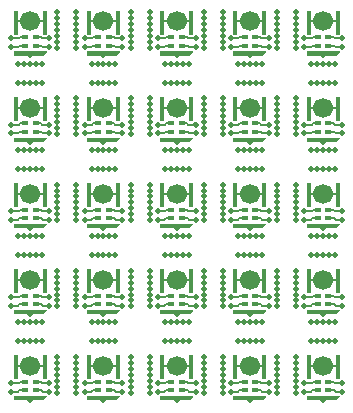
<source format=gbl>
G04 #@! TF.GenerationSoftware,KiCad,Pcbnew,5.0.2-bee76a0~70~ubuntu18.04.1*
G04 #@! TF.CreationDate,2018-12-05T20:22:07+01:00*
G04 #@! TF.ProjectId,noname,6e6f6e61-6d65-42e6-9b69-6361645f7063,rev?*
G04 #@! TF.SameCoordinates,Original*
G04 #@! TF.FileFunction,Copper,L2,Bot*
G04 #@! TF.FilePolarity,Positive*
%FSLAX46Y46*%
G04 Gerber Fmt 4.6, Leading zero omitted, Abs format (unit mm)*
G04 Created by KiCad (PCBNEW 5.0.2-bee76a0~70~ubuntu18.04.1) date Wed 05 Dec 2018 20:22:07 CET*
%MOMM*%
%LPD*%
G01*
G04 APERTURE LIST*
G04 #@! TA.AperFunction,SMDPad,CuDef*
%ADD10R,0.600000X0.400000*%
G04 #@! TD*
G04 #@! TA.AperFunction,ViaPad*
%ADD11C,1.700000*%
G04 #@! TD*
G04 #@! TA.AperFunction,SMDPad,CuDef*
%ADD12C,0.350000*%
G04 #@! TD*
G04 #@! TA.AperFunction,Conductor*
%ADD13C,0.100000*%
G04 #@! TD*
G04 #@! TA.AperFunction,SMDPad,CuDef*
%ADD14R,0.350000X2.000000*%
G04 #@! TD*
G04 #@! TA.AperFunction,ViaPad*
%ADD15C,0.500000*%
G04 #@! TD*
G04 #@! TA.AperFunction,Conductor*
%ADD16C,0.152400*%
G04 #@! TD*
G04 APERTURE END LIST*
D10*
G04 #@! TO.P,U1,1*
G04 #@! TO.N,Net-(U1-Pad1)*
X137350000Y-123870000D03*
G04 #@! TO.P,U1,4*
G04 #@! TO.N,Net-(U1-Pad4)*
X136450000Y-123870000D03*
G04 #@! TO.P,U1,2*
G04 #@! TO.N,Net-(U1-Pad2)*
X137350000Y-123170000D03*
G04 #@! TO.P,U1,3*
G04 #@! TO.N,Net-(U1-Pad3)*
X136450000Y-123170000D03*
D11*
G04 #@! TD*
G04 #@! TO.N,GND*
G04 #@! TO.C,U1*
X136900000Y-121820000D03*
D12*
G04 #@! TO.P,U1,5*
G04 #@! TO.N,GND*
X136725000Y-124545000D03*
D13*
G04 #@! TD*
G04 #@! TO.N,GND*
G04 #@! TO.C,U1*
G36*
X138300000Y-124370000D02*
X138300000Y-124420000D01*
X138000000Y-124720000D01*
X135500000Y-124720000D01*
X135500000Y-124370000D01*
X138300000Y-124370000D01*
X138300000Y-124370000D01*
G37*
D14*
G04 #@! TO.P,U1,5*
G04 #@! TO.N,GND*
X138125000Y-121920000D03*
X135675000Y-121920000D03*
G04 #@! TD*
D10*
G04 #@! TO.P,U1,1*
G04 #@! TO.N,Net-(U1-Pad1)*
X131150000Y-123870000D03*
G04 #@! TO.P,U1,4*
G04 #@! TO.N,Net-(U1-Pad4)*
X130250000Y-123870000D03*
G04 #@! TO.P,U1,2*
G04 #@! TO.N,Net-(U1-Pad2)*
X131150000Y-123170000D03*
G04 #@! TO.P,U1,3*
G04 #@! TO.N,Net-(U1-Pad3)*
X130250000Y-123170000D03*
D11*
G04 #@! TD*
G04 #@! TO.N,GND*
G04 #@! TO.C,U1*
X130700000Y-121820000D03*
D12*
G04 #@! TO.P,U1,5*
G04 #@! TO.N,GND*
X130525000Y-124545000D03*
D13*
G04 #@! TD*
G04 #@! TO.N,GND*
G04 #@! TO.C,U1*
G36*
X132100000Y-124370000D02*
X132100000Y-124420000D01*
X131800000Y-124720000D01*
X129300000Y-124720000D01*
X129300000Y-124370000D01*
X132100000Y-124370000D01*
X132100000Y-124370000D01*
G37*
D14*
G04 #@! TO.P,U1,5*
G04 #@! TO.N,GND*
X131925000Y-121920000D03*
X129475000Y-121920000D03*
G04 #@! TD*
D10*
G04 #@! TO.P,U1,1*
G04 #@! TO.N,Net-(U1-Pad1)*
X124950000Y-123870000D03*
G04 #@! TO.P,U1,4*
G04 #@! TO.N,Net-(U1-Pad4)*
X124050000Y-123870000D03*
G04 #@! TO.P,U1,2*
G04 #@! TO.N,Net-(U1-Pad2)*
X124950000Y-123170000D03*
G04 #@! TO.P,U1,3*
G04 #@! TO.N,Net-(U1-Pad3)*
X124050000Y-123170000D03*
D11*
G04 #@! TD*
G04 #@! TO.N,GND*
G04 #@! TO.C,U1*
X124500000Y-121820000D03*
D12*
G04 #@! TO.P,U1,5*
G04 #@! TO.N,GND*
X124325000Y-124545000D03*
D13*
G04 #@! TD*
G04 #@! TO.N,GND*
G04 #@! TO.C,U1*
G36*
X125900000Y-124370000D02*
X125900000Y-124420000D01*
X125600000Y-124720000D01*
X123100000Y-124720000D01*
X123100000Y-124370000D01*
X125900000Y-124370000D01*
X125900000Y-124370000D01*
G37*
D14*
G04 #@! TO.P,U1,5*
G04 #@! TO.N,GND*
X125725000Y-121920000D03*
X123275000Y-121920000D03*
G04 #@! TD*
D10*
G04 #@! TO.P,U1,1*
G04 #@! TO.N,Net-(U1-Pad1)*
X118750000Y-123870000D03*
G04 #@! TO.P,U1,4*
G04 #@! TO.N,Net-(U1-Pad4)*
X117850000Y-123870000D03*
G04 #@! TO.P,U1,2*
G04 #@! TO.N,Net-(U1-Pad2)*
X118750000Y-123170000D03*
G04 #@! TO.P,U1,3*
G04 #@! TO.N,Net-(U1-Pad3)*
X117850000Y-123170000D03*
D11*
G04 #@! TD*
G04 #@! TO.N,GND*
G04 #@! TO.C,U1*
X118300000Y-121820000D03*
D12*
G04 #@! TO.P,U1,5*
G04 #@! TO.N,GND*
X118125000Y-124545000D03*
D13*
G04 #@! TD*
G04 #@! TO.N,GND*
G04 #@! TO.C,U1*
G36*
X119700000Y-124370000D02*
X119700000Y-124420000D01*
X119400000Y-124720000D01*
X116900000Y-124720000D01*
X116900000Y-124370000D01*
X119700000Y-124370000D01*
X119700000Y-124370000D01*
G37*
D14*
G04 #@! TO.P,U1,5*
G04 #@! TO.N,GND*
X119525000Y-121920000D03*
X117075000Y-121920000D03*
G04 #@! TD*
D10*
G04 #@! TO.P,U1,1*
G04 #@! TO.N,Net-(U1-Pad1)*
X112550000Y-123870000D03*
G04 #@! TO.P,U1,4*
G04 #@! TO.N,Net-(U1-Pad4)*
X111650000Y-123870000D03*
G04 #@! TO.P,U1,2*
G04 #@! TO.N,Net-(U1-Pad2)*
X112550000Y-123170000D03*
G04 #@! TO.P,U1,3*
G04 #@! TO.N,Net-(U1-Pad3)*
X111650000Y-123170000D03*
D11*
G04 #@! TD*
G04 #@! TO.N,GND*
G04 #@! TO.C,U1*
X112100000Y-121820000D03*
D12*
G04 #@! TO.P,U1,5*
G04 #@! TO.N,GND*
X111925000Y-124545000D03*
D13*
G04 #@! TD*
G04 #@! TO.N,GND*
G04 #@! TO.C,U1*
G36*
X113500000Y-124370000D02*
X113500000Y-124420000D01*
X113200000Y-124720000D01*
X110700000Y-124720000D01*
X110700000Y-124370000D01*
X113500000Y-124370000D01*
X113500000Y-124370000D01*
G37*
D14*
G04 #@! TO.P,U1,5*
G04 #@! TO.N,GND*
X113325000Y-121920000D03*
X110875000Y-121920000D03*
G04 #@! TD*
D10*
G04 #@! TO.P,U1,1*
G04 #@! TO.N,Net-(U1-Pad1)*
X137350000Y-116570000D03*
G04 #@! TO.P,U1,4*
G04 #@! TO.N,Net-(U1-Pad4)*
X136450000Y-116570000D03*
G04 #@! TO.P,U1,2*
G04 #@! TO.N,Net-(U1-Pad2)*
X137350000Y-115870000D03*
G04 #@! TO.P,U1,3*
G04 #@! TO.N,Net-(U1-Pad3)*
X136450000Y-115870000D03*
D11*
G04 #@! TD*
G04 #@! TO.N,GND*
G04 #@! TO.C,U1*
X136900000Y-114520000D03*
D12*
G04 #@! TO.P,U1,5*
G04 #@! TO.N,GND*
X136725000Y-117245000D03*
D13*
G04 #@! TD*
G04 #@! TO.N,GND*
G04 #@! TO.C,U1*
G36*
X138300000Y-117070000D02*
X138300000Y-117120000D01*
X138000000Y-117420000D01*
X135500000Y-117420000D01*
X135500000Y-117070000D01*
X138300000Y-117070000D01*
X138300000Y-117070000D01*
G37*
D14*
G04 #@! TO.P,U1,5*
G04 #@! TO.N,GND*
X138125000Y-114620000D03*
X135675000Y-114620000D03*
G04 #@! TD*
D10*
G04 #@! TO.P,U1,1*
G04 #@! TO.N,Net-(U1-Pad1)*
X131150000Y-116570000D03*
G04 #@! TO.P,U1,4*
G04 #@! TO.N,Net-(U1-Pad4)*
X130250000Y-116570000D03*
G04 #@! TO.P,U1,2*
G04 #@! TO.N,Net-(U1-Pad2)*
X131150000Y-115870000D03*
G04 #@! TO.P,U1,3*
G04 #@! TO.N,Net-(U1-Pad3)*
X130250000Y-115870000D03*
D11*
G04 #@! TD*
G04 #@! TO.N,GND*
G04 #@! TO.C,U1*
X130700000Y-114520000D03*
D12*
G04 #@! TO.P,U1,5*
G04 #@! TO.N,GND*
X130525000Y-117245000D03*
D13*
G04 #@! TD*
G04 #@! TO.N,GND*
G04 #@! TO.C,U1*
G36*
X132100000Y-117070000D02*
X132100000Y-117120000D01*
X131800000Y-117420000D01*
X129300000Y-117420000D01*
X129300000Y-117070000D01*
X132100000Y-117070000D01*
X132100000Y-117070000D01*
G37*
D14*
G04 #@! TO.P,U1,5*
G04 #@! TO.N,GND*
X131925000Y-114620000D03*
X129475000Y-114620000D03*
G04 #@! TD*
D10*
G04 #@! TO.P,U1,1*
G04 #@! TO.N,Net-(U1-Pad1)*
X124950000Y-116570000D03*
G04 #@! TO.P,U1,4*
G04 #@! TO.N,Net-(U1-Pad4)*
X124050000Y-116570000D03*
G04 #@! TO.P,U1,2*
G04 #@! TO.N,Net-(U1-Pad2)*
X124950000Y-115870000D03*
G04 #@! TO.P,U1,3*
G04 #@! TO.N,Net-(U1-Pad3)*
X124050000Y-115870000D03*
D11*
G04 #@! TD*
G04 #@! TO.N,GND*
G04 #@! TO.C,U1*
X124500000Y-114520000D03*
D12*
G04 #@! TO.P,U1,5*
G04 #@! TO.N,GND*
X124325000Y-117245000D03*
D13*
G04 #@! TD*
G04 #@! TO.N,GND*
G04 #@! TO.C,U1*
G36*
X125900000Y-117070000D02*
X125900000Y-117120000D01*
X125600000Y-117420000D01*
X123100000Y-117420000D01*
X123100000Y-117070000D01*
X125900000Y-117070000D01*
X125900000Y-117070000D01*
G37*
D14*
G04 #@! TO.P,U1,5*
G04 #@! TO.N,GND*
X125725000Y-114620000D03*
X123275000Y-114620000D03*
G04 #@! TD*
D10*
G04 #@! TO.P,U1,1*
G04 #@! TO.N,Net-(U1-Pad1)*
X118750000Y-116570000D03*
G04 #@! TO.P,U1,4*
G04 #@! TO.N,Net-(U1-Pad4)*
X117850000Y-116570000D03*
G04 #@! TO.P,U1,2*
G04 #@! TO.N,Net-(U1-Pad2)*
X118750000Y-115870000D03*
G04 #@! TO.P,U1,3*
G04 #@! TO.N,Net-(U1-Pad3)*
X117850000Y-115870000D03*
D11*
G04 #@! TD*
G04 #@! TO.N,GND*
G04 #@! TO.C,U1*
X118300000Y-114520000D03*
D12*
G04 #@! TO.P,U1,5*
G04 #@! TO.N,GND*
X118125000Y-117245000D03*
D13*
G04 #@! TD*
G04 #@! TO.N,GND*
G04 #@! TO.C,U1*
G36*
X119700000Y-117070000D02*
X119700000Y-117120000D01*
X119400000Y-117420000D01*
X116900000Y-117420000D01*
X116900000Y-117070000D01*
X119700000Y-117070000D01*
X119700000Y-117070000D01*
G37*
D14*
G04 #@! TO.P,U1,5*
G04 #@! TO.N,GND*
X119525000Y-114620000D03*
X117075000Y-114620000D03*
G04 #@! TD*
D10*
G04 #@! TO.P,U1,1*
G04 #@! TO.N,Net-(U1-Pad1)*
X112550000Y-116570000D03*
G04 #@! TO.P,U1,4*
G04 #@! TO.N,Net-(U1-Pad4)*
X111650000Y-116570000D03*
G04 #@! TO.P,U1,2*
G04 #@! TO.N,Net-(U1-Pad2)*
X112550000Y-115870000D03*
G04 #@! TO.P,U1,3*
G04 #@! TO.N,Net-(U1-Pad3)*
X111650000Y-115870000D03*
D11*
G04 #@! TD*
G04 #@! TO.N,GND*
G04 #@! TO.C,U1*
X112100000Y-114520000D03*
D12*
G04 #@! TO.P,U1,5*
G04 #@! TO.N,GND*
X111925000Y-117245000D03*
D13*
G04 #@! TD*
G04 #@! TO.N,GND*
G04 #@! TO.C,U1*
G36*
X113500000Y-117070000D02*
X113500000Y-117120000D01*
X113200000Y-117420000D01*
X110700000Y-117420000D01*
X110700000Y-117070000D01*
X113500000Y-117070000D01*
X113500000Y-117070000D01*
G37*
D14*
G04 #@! TO.P,U1,5*
G04 #@! TO.N,GND*
X113325000Y-114620000D03*
X110875000Y-114620000D03*
G04 #@! TD*
D10*
G04 #@! TO.P,U1,1*
G04 #@! TO.N,Net-(U1-Pad1)*
X137350000Y-109270000D03*
G04 #@! TO.P,U1,4*
G04 #@! TO.N,Net-(U1-Pad4)*
X136450000Y-109270000D03*
G04 #@! TO.P,U1,2*
G04 #@! TO.N,Net-(U1-Pad2)*
X137350000Y-108570000D03*
G04 #@! TO.P,U1,3*
G04 #@! TO.N,Net-(U1-Pad3)*
X136450000Y-108570000D03*
D11*
G04 #@! TD*
G04 #@! TO.N,GND*
G04 #@! TO.C,U1*
X136900000Y-107220000D03*
D12*
G04 #@! TO.P,U1,5*
G04 #@! TO.N,GND*
X136725000Y-109945000D03*
D13*
G04 #@! TD*
G04 #@! TO.N,GND*
G04 #@! TO.C,U1*
G36*
X138300000Y-109770000D02*
X138300000Y-109820000D01*
X138000000Y-110120000D01*
X135500000Y-110120000D01*
X135500000Y-109770000D01*
X138300000Y-109770000D01*
X138300000Y-109770000D01*
G37*
D14*
G04 #@! TO.P,U1,5*
G04 #@! TO.N,GND*
X138125000Y-107320000D03*
X135675000Y-107320000D03*
G04 #@! TD*
D10*
G04 #@! TO.P,U1,1*
G04 #@! TO.N,Net-(U1-Pad1)*
X131150000Y-109270000D03*
G04 #@! TO.P,U1,4*
G04 #@! TO.N,Net-(U1-Pad4)*
X130250000Y-109270000D03*
G04 #@! TO.P,U1,2*
G04 #@! TO.N,Net-(U1-Pad2)*
X131150000Y-108570000D03*
G04 #@! TO.P,U1,3*
G04 #@! TO.N,Net-(U1-Pad3)*
X130250000Y-108570000D03*
D11*
G04 #@! TD*
G04 #@! TO.N,GND*
G04 #@! TO.C,U1*
X130700000Y-107220000D03*
D12*
G04 #@! TO.P,U1,5*
G04 #@! TO.N,GND*
X130525000Y-109945000D03*
D13*
G04 #@! TD*
G04 #@! TO.N,GND*
G04 #@! TO.C,U1*
G36*
X132100000Y-109770000D02*
X132100000Y-109820000D01*
X131800000Y-110120000D01*
X129300000Y-110120000D01*
X129300000Y-109770000D01*
X132100000Y-109770000D01*
X132100000Y-109770000D01*
G37*
D14*
G04 #@! TO.P,U1,5*
G04 #@! TO.N,GND*
X131925000Y-107320000D03*
X129475000Y-107320000D03*
G04 #@! TD*
D10*
G04 #@! TO.P,U1,1*
G04 #@! TO.N,Net-(U1-Pad1)*
X124950000Y-109270000D03*
G04 #@! TO.P,U1,4*
G04 #@! TO.N,Net-(U1-Pad4)*
X124050000Y-109270000D03*
G04 #@! TO.P,U1,2*
G04 #@! TO.N,Net-(U1-Pad2)*
X124950000Y-108570000D03*
G04 #@! TO.P,U1,3*
G04 #@! TO.N,Net-(U1-Pad3)*
X124050000Y-108570000D03*
D11*
G04 #@! TD*
G04 #@! TO.N,GND*
G04 #@! TO.C,U1*
X124500000Y-107220000D03*
D12*
G04 #@! TO.P,U1,5*
G04 #@! TO.N,GND*
X124325000Y-109945000D03*
D13*
G04 #@! TD*
G04 #@! TO.N,GND*
G04 #@! TO.C,U1*
G36*
X125900000Y-109770000D02*
X125900000Y-109820000D01*
X125600000Y-110120000D01*
X123100000Y-110120000D01*
X123100000Y-109770000D01*
X125900000Y-109770000D01*
X125900000Y-109770000D01*
G37*
D14*
G04 #@! TO.P,U1,5*
G04 #@! TO.N,GND*
X125725000Y-107320000D03*
X123275000Y-107320000D03*
G04 #@! TD*
D10*
G04 #@! TO.P,U1,1*
G04 #@! TO.N,Net-(U1-Pad1)*
X118750000Y-109270000D03*
G04 #@! TO.P,U1,4*
G04 #@! TO.N,Net-(U1-Pad4)*
X117850000Y-109270000D03*
G04 #@! TO.P,U1,2*
G04 #@! TO.N,Net-(U1-Pad2)*
X118750000Y-108570000D03*
G04 #@! TO.P,U1,3*
G04 #@! TO.N,Net-(U1-Pad3)*
X117850000Y-108570000D03*
D11*
G04 #@! TD*
G04 #@! TO.N,GND*
G04 #@! TO.C,U1*
X118300000Y-107220000D03*
D12*
G04 #@! TO.P,U1,5*
G04 #@! TO.N,GND*
X118125000Y-109945000D03*
D13*
G04 #@! TD*
G04 #@! TO.N,GND*
G04 #@! TO.C,U1*
G36*
X119700000Y-109770000D02*
X119700000Y-109820000D01*
X119400000Y-110120000D01*
X116900000Y-110120000D01*
X116900000Y-109770000D01*
X119700000Y-109770000D01*
X119700000Y-109770000D01*
G37*
D14*
G04 #@! TO.P,U1,5*
G04 #@! TO.N,GND*
X119525000Y-107320000D03*
X117075000Y-107320000D03*
G04 #@! TD*
D10*
G04 #@! TO.P,U1,1*
G04 #@! TO.N,Net-(U1-Pad1)*
X112550000Y-109270000D03*
G04 #@! TO.P,U1,4*
G04 #@! TO.N,Net-(U1-Pad4)*
X111650000Y-109270000D03*
G04 #@! TO.P,U1,2*
G04 #@! TO.N,Net-(U1-Pad2)*
X112550000Y-108570000D03*
G04 #@! TO.P,U1,3*
G04 #@! TO.N,Net-(U1-Pad3)*
X111650000Y-108570000D03*
D11*
G04 #@! TD*
G04 #@! TO.N,GND*
G04 #@! TO.C,U1*
X112100000Y-107220000D03*
D12*
G04 #@! TO.P,U1,5*
G04 #@! TO.N,GND*
X111925000Y-109945000D03*
D13*
G04 #@! TD*
G04 #@! TO.N,GND*
G04 #@! TO.C,U1*
G36*
X113500000Y-109770000D02*
X113500000Y-109820000D01*
X113200000Y-110120000D01*
X110700000Y-110120000D01*
X110700000Y-109770000D01*
X113500000Y-109770000D01*
X113500000Y-109770000D01*
G37*
D14*
G04 #@! TO.P,U1,5*
G04 #@! TO.N,GND*
X113325000Y-107320000D03*
X110875000Y-107320000D03*
G04 #@! TD*
D10*
G04 #@! TO.P,U1,1*
G04 #@! TO.N,Net-(U1-Pad1)*
X137350000Y-101970000D03*
G04 #@! TO.P,U1,4*
G04 #@! TO.N,Net-(U1-Pad4)*
X136450000Y-101970000D03*
G04 #@! TO.P,U1,2*
G04 #@! TO.N,Net-(U1-Pad2)*
X137350000Y-101270000D03*
G04 #@! TO.P,U1,3*
G04 #@! TO.N,Net-(U1-Pad3)*
X136450000Y-101270000D03*
D11*
G04 #@! TD*
G04 #@! TO.N,GND*
G04 #@! TO.C,U1*
X136900000Y-99920000D03*
D12*
G04 #@! TO.P,U1,5*
G04 #@! TO.N,GND*
X136725000Y-102645000D03*
D13*
G04 #@! TD*
G04 #@! TO.N,GND*
G04 #@! TO.C,U1*
G36*
X138300000Y-102470000D02*
X138300000Y-102520000D01*
X138000000Y-102820000D01*
X135500000Y-102820000D01*
X135500000Y-102470000D01*
X138300000Y-102470000D01*
X138300000Y-102470000D01*
G37*
D14*
G04 #@! TO.P,U1,5*
G04 #@! TO.N,GND*
X138125000Y-100020000D03*
X135675000Y-100020000D03*
G04 #@! TD*
D10*
G04 #@! TO.P,U1,1*
G04 #@! TO.N,Net-(U1-Pad1)*
X131150000Y-101970000D03*
G04 #@! TO.P,U1,4*
G04 #@! TO.N,Net-(U1-Pad4)*
X130250000Y-101970000D03*
G04 #@! TO.P,U1,2*
G04 #@! TO.N,Net-(U1-Pad2)*
X131150000Y-101270000D03*
G04 #@! TO.P,U1,3*
G04 #@! TO.N,Net-(U1-Pad3)*
X130250000Y-101270000D03*
D11*
G04 #@! TD*
G04 #@! TO.N,GND*
G04 #@! TO.C,U1*
X130700000Y-99920000D03*
D12*
G04 #@! TO.P,U1,5*
G04 #@! TO.N,GND*
X130525000Y-102645000D03*
D13*
G04 #@! TD*
G04 #@! TO.N,GND*
G04 #@! TO.C,U1*
G36*
X132100000Y-102470000D02*
X132100000Y-102520000D01*
X131800000Y-102820000D01*
X129300000Y-102820000D01*
X129300000Y-102470000D01*
X132100000Y-102470000D01*
X132100000Y-102470000D01*
G37*
D14*
G04 #@! TO.P,U1,5*
G04 #@! TO.N,GND*
X131925000Y-100020000D03*
X129475000Y-100020000D03*
G04 #@! TD*
D10*
G04 #@! TO.P,U1,1*
G04 #@! TO.N,Net-(U1-Pad1)*
X124950000Y-101970000D03*
G04 #@! TO.P,U1,4*
G04 #@! TO.N,Net-(U1-Pad4)*
X124050000Y-101970000D03*
G04 #@! TO.P,U1,2*
G04 #@! TO.N,Net-(U1-Pad2)*
X124950000Y-101270000D03*
G04 #@! TO.P,U1,3*
G04 #@! TO.N,Net-(U1-Pad3)*
X124050000Y-101270000D03*
D11*
G04 #@! TD*
G04 #@! TO.N,GND*
G04 #@! TO.C,U1*
X124500000Y-99920000D03*
D12*
G04 #@! TO.P,U1,5*
G04 #@! TO.N,GND*
X124325000Y-102645000D03*
D13*
G04 #@! TD*
G04 #@! TO.N,GND*
G04 #@! TO.C,U1*
G36*
X125900000Y-102470000D02*
X125900000Y-102520000D01*
X125600000Y-102820000D01*
X123100000Y-102820000D01*
X123100000Y-102470000D01*
X125900000Y-102470000D01*
X125900000Y-102470000D01*
G37*
D14*
G04 #@! TO.P,U1,5*
G04 #@! TO.N,GND*
X125725000Y-100020000D03*
X123275000Y-100020000D03*
G04 #@! TD*
D10*
G04 #@! TO.P,U1,1*
G04 #@! TO.N,Net-(U1-Pad1)*
X118750000Y-101970000D03*
G04 #@! TO.P,U1,4*
G04 #@! TO.N,Net-(U1-Pad4)*
X117850000Y-101970000D03*
G04 #@! TO.P,U1,2*
G04 #@! TO.N,Net-(U1-Pad2)*
X118750000Y-101270000D03*
G04 #@! TO.P,U1,3*
G04 #@! TO.N,Net-(U1-Pad3)*
X117850000Y-101270000D03*
D11*
G04 #@! TD*
G04 #@! TO.N,GND*
G04 #@! TO.C,U1*
X118300000Y-99920000D03*
D12*
G04 #@! TO.P,U1,5*
G04 #@! TO.N,GND*
X118125000Y-102645000D03*
D13*
G04 #@! TD*
G04 #@! TO.N,GND*
G04 #@! TO.C,U1*
G36*
X119700000Y-102470000D02*
X119700000Y-102520000D01*
X119400000Y-102820000D01*
X116900000Y-102820000D01*
X116900000Y-102470000D01*
X119700000Y-102470000D01*
X119700000Y-102470000D01*
G37*
D14*
G04 #@! TO.P,U1,5*
G04 #@! TO.N,GND*
X119525000Y-100020000D03*
X117075000Y-100020000D03*
G04 #@! TD*
D10*
G04 #@! TO.P,U1,1*
G04 #@! TO.N,Net-(U1-Pad1)*
X112550000Y-101970000D03*
G04 #@! TO.P,U1,4*
G04 #@! TO.N,Net-(U1-Pad4)*
X111650000Y-101970000D03*
G04 #@! TO.P,U1,2*
G04 #@! TO.N,Net-(U1-Pad2)*
X112550000Y-101270000D03*
G04 #@! TO.P,U1,3*
G04 #@! TO.N,Net-(U1-Pad3)*
X111650000Y-101270000D03*
D11*
G04 #@! TD*
G04 #@! TO.N,GND*
G04 #@! TO.C,U1*
X112100000Y-99920000D03*
D12*
G04 #@! TO.P,U1,5*
G04 #@! TO.N,GND*
X111925000Y-102645000D03*
D13*
G04 #@! TD*
G04 #@! TO.N,GND*
G04 #@! TO.C,U1*
G36*
X113500000Y-102470000D02*
X113500000Y-102520000D01*
X113200000Y-102820000D01*
X110700000Y-102820000D01*
X110700000Y-102470000D01*
X113500000Y-102470000D01*
X113500000Y-102470000D01*
G37*
D14*
G04 #@! TO.P,U1,5*
G04 #@! TO.N,GND*
X113325000Y-100020000D03*
X110875000Y-100020000D03*
G04 #@! TD*
D10*
G04 #@! TO.P,U1,1*
G04 #@! TO.N,Net-(U1-Pad1)*
X137350000Y-94670000D03*
G04 #@! TO.P,U1,4*
G04 #@! TO.N,Net-(U1-Pad4)*
X136450000Y-94670000D03*
G04 #@! TO.P,U1,2*
G04 #@! TO.N,Net-(U1-Pad2)*
X137350000Y-93970000D03*
G04 #@! TO.P,U1,3*
G04 #@! TO.N,Net-(U1-Pad3)*
X136450000Y-93970000D03*
D11*
G04 #@! TD*
G04 #@! TO.N,GND*
G04 #@! TO.C,U1*
X136900000Y-92620000D03*
D12*
G04 #@! TO.P,U1,5*
G04 #@! TO.N,GND*
X136725000Y-95345000D03*
D13*
G04 #@! TD*
G04 #@! TO.N,GND*
G04 #@! TO.C,U1*
G36*
X138300000Y-95170000D02*
X138300000Y-95220000D01*
X138000000Y-95520000D01*
X135500000Y-95520000D01*
X135500000Y-95170000D01*
X138300000Y-95170000D01*
X138300000Y-95170000D01*
G37*
D14*
G04 #@! TO.P,U1,5*
G04 #@! TO.N,GND*
X138125000Y-92720000D03*
X135675000Y-92720000D03*
G04 #@! TD*
D10*
G04 #@! TO.P,U1,1*
G04 #@! TO.N,Net-(U1-Pad1)*
X131150000Y-94670000D03*
G04 #@! TO.P,U1,4*
G04 #@! TO.N,Net-(U1-Pad4)*
X130250000Y-94670000D03*
G04 #@! TO.P,U1,2*
G04 #@! TO.N,Net-(U1-Pad2)*
X131150000Y-93970000D03*
G04 #@! TO.P,U1,3*
G04 #@! TO.N,Net-(U1-Pad3)*
X130250000Y-93970000D03*
D11*
G04 #@! TD*
G04 #@! TO.N,GND*
G04 #@! TO.C,U1*
X130700000Y-92620000D03*
D12*
G04 #@! TO.P,U1,5*
G04 #@! TO.N,GND*
X130525000Y-95345000D03*
D13*
G04 #@! TD*
G04 #@! TO.N,GND*
G04 #@! TO.C,U1*
G36*
X132100000Y-95170000D02*
X132100000Y-95220000D01*
X131800000Y-95520000D01*
X129300000Y-95520000D01*
X129300000Y-95170000D01*
X132100000Y-95170000D01*
X132100000Y-95170000D01*
G37*
D14*
G04 #@! TO.P,U1,5*
G04 #@! TO.N,GND*
X131925000Y-92720000D03*
X129475000Y-92720000D03*
G04 #@! TD*
D10*
G04 #@! TO.P,U1,1*
G04 #@! TO.N,Net-(U1-Pad1)*
X124950000Y-94670000D03*
G04 #@! TO.P,U1,4*
G04 #@! TO.N,Net-(U1-Pad4)*
X124050000Y-94670000D03*
G04 #@! TO.P,U1,2*
G04 #@! TO.N,Net-(U1-Pad2)*
X124950000Y-93970000D03*
G04 #@! TO.P,U1,3*
G04 #@! TO.N,Net-(U1-Pad3)*
X124050000Y-93970000D03*
D11*
G04 #@! TD*
G04 #@! TO.N,GND*
G04 #@! TO.C,U1*
X124500000Y-92620000D03*
D12*
G04 #@! TO.P,U1,5*
G04 #@! TO.N,GND*
X124325000Y-95345000D03*
D13*
G04 #@! TD*
G04 #@! TO.N,GND*
G04 #@! TO.C,U1*
G36*
X125900000Y-95170000D02*
X125900000Y-95220000D01*
X125600000Y-95520000D01*
X123100000Y-95520000D01*
X123100000Y-95170000D01*
X125900000Y-95170000D01*
X125900000Y-95170000D01*
G37*
D14*
G04 #@! TO.P,U1,5*
G04 #@! TO.N,GND*
X125725000Y-92720000D03*
X123275000Y-92720000D03*
G04 #@! TD*
D10*
G04 #@! TO.P,U1,1*
G04 #@! TO.N,Net-(U1-Pad1)*
X118750000Y-94670000D03*
G04 #@! TO.P,U1,4*
G04 #@! TO.N,Net-(U1-Pad4)*
X117850000Y-94670000D03*
G04 #@! TO.P,U1,2*
G04 #@! TO.N,Net-(U1-Pad2)*
X118750000Y-93970000D03*
G04 #@! TO.P,U1,3*
G04 #@! TO.N,Net-(U1-Pad3)*
X117850000Y-93970000D03*
D11*
G04 #@! TD*
G04 #@! TO.N,GND*
G04 #@! TO.C,U1*
X118300000Y-92620000D03*
D12*
G04 #@! TO.P,U1,5*
G04 #@! TO.N,GND*
X118125000Y-95345000D03*
D13*
G04 #@! TD*
G04 #@! TO.N,GND*
G04 #@! TO.C,U1*
G36*
X119700000Y-95170000D02*
X119700000Y-95220000D01*
X119400000Y-95520000D01*
X116900000Y-95520000D01*
X116900000Y-95170000D01*
X119700000Y-95170000D01*
X119700000Y-95170000D01*
G37*
D14*
G04 #@! TO.P,U1,5*
G04 #@! TO.N,GND*
X119525000Y-92720000D03*
X117075000Y-92720000D03*
G04 #@! TD*
G04 #@! TO.P,U1,5*
G04 #@! TO.N,GND*
X110875000Y-92720000D03*
X113325000Y-92720000D03*
D12*
X111925000Y-95345000D03*
D13*
G04 #@! TD*
G04 #@! TO.N,GND*
G04 #@! TO.C,U1*
G36*
X113500000Y-95170000D02*
X113500000Y-95220000D01*
X113200000Y-95520000D01*
X110700000Y-95520000D01*
X110700000Y-95170000D01*
X113500000Y-95170000D01*
X113500000Y-95170000D01*
G37*
D11*
G04 #@! TO.N,GND*
G04 #@! TO.C,U1*
X112100000Y-92620000D03*
D10*
G04 #@! TD*
G04 #@! TO.P,U1,3*
G04 #@! TO.N,Net-(U1-Pad3)*
X111650000Y-93970000D03*
G04 #@! TO.P,U1,2*
G04 #@! TO.N,Net-(U1-Pad2)*
X112550000Y-93970000D03*
G04 #@! TO.P,U1,4*
G04 #@! TO.N,Net-(U1-Pad4)*
X111650000Y-94670000D03*
G04 #@! TO.P,U1,1*
G04 #@! TO.N,Net-(U1-Pad1)*
X112550000Y-94670000D03*
G04 #@! TD*
D15*
G04 #@! TO.N,*
X111100000Y-96200000D03*
X111100000Y-96200000D03*
X111100000Y-96200000D03*
X111600000Y-96200000D03*
X112100000Y-96200000D03*
X112600000Y-96200000D03*
X111100000Y-97800000D03*
X113100000Y-96200000D03*
X111600000Y-97800000D03*
X112100000Y-97800000D03*
X112600000Y-97800000D03*
X113100000Y-97800000D03*
X114400000Y-94850000D03*
X114400000Y-94350000D03*
X114400000Y-93850000D03*
X114400000Y-93350000D03*
X114400000Y-92850000D03*
X114400000Y-92350000D03*
X114400000Y-91850000D03*
X116000000Y-94850000D03*
X116000000Y-91850000D03*
X116000000Y-92350000D03*
X116000000Y-93850000D03*
X116000000Y-93350000D03*
X116000000Y-92850000D03*
X116000000Y-94350000D03*
X118300000Y-97800000D03*
X124500000Y-97800000D03*
X130700000Y-97800000D03*
X136900000Y-97800000D03*
X112100000Y-105100000D03*
X118300000Y-105100000D03*
X124500000Y-105100000D03*
X130700000Y-105100000D03*
X136900000Y-105100000D03*
X112100000Y-112400000D03*
X118300000Y-112400000D03*
X124500000Y-112400000D03*
X130700000Y-112400000D03*
X136900000Y-112400000D03*
X112100000Y-119700000D03*
X118300000Y-119700000D03*
X124500000Y-119700000D03*
X130700000Y-119700000D03*
X136900000Y-119700000D03*
X117300000Y-96200000D03*
X123500000Y-96200000D03*
X129700000Y-96200000D03*
X135900000Y-96200000D03*
X111100000Y-103500000D03*
X117300000Y-103500000D03*
X123500000Y-103500000D03*
X129700000Y-103500000D03*
X135900000Y-103500000D03*
X111100000Y-110800000D03*
X117300000Y-110800000D03*
X123500000Y-110800000D03*
X129700000Y-110800000D03*
X135900000Y-110800000D03*
X111100000Y-118100000D03*
X117300000Y-118100000D03*
X123500000Y-118100000D03*
X129700000Y-118100000D03*
X135900000Y-118100000D03*
X122200000Y-92350000D03*
X128400000Y-92350000D03*
X134600000Y-92350000D03*
X116000000Y-99650000D03*
X122200000Y-99650000D03*
X128400000Y-99650000D03*
X134600000Y-99650000D03*
X116000000Y-106950000D03*
X122200000Y-106950000D03*
X128400000Y-106950000D03*
X134600000Y-106950000D03*
X116000000Y-114250000D03*
X122200000Y-114250000D03*
X128400000Y-114250000D03*
X134600000Y-114250000D03*
X116000000Y-121550000D03*
X122200000Y-121550000D03*
X128400000Y-121550000D03*
X134600000Y-121550000D03*
X118800000Y-96200000D03*
X125000000Y-96200000D03*
X131200000Y-96200000D03*
X137400000Y-96200000D03*
X112600000Y-103500000D03*
X118800000Y-103500000D03*
X125000000Y-103500000D03*
X131200000Y-103500000D03*
X137400000Y-103500000D03*
X112600000Y-110800000D03*
X118800000Y-110800000D03*
X125000000Y-110800000D03*
X131200000Y-110800000D03*
X137400000Y-110800000D03*
X112600000Y-118100000D03*
X118800000Y-118100000D03*
X125000000Y-118100000D03*
X131200000Y-118100000D03*
X137400000Y-118100000D03*
X117800000Y-96200000D03*
X124000000Y-96200000D03*
X130200000Y-96200000D03*
X136400000Y-96200000D03*
X111600000Y-103500000D03*
X117800000Y-103500000D03*
X124000000Y-103500000D03*
X130200000Y-103500000D03*
X136400000Y-103500000D03*
X111600000Y-110800000D03*
X117800000Y-110800000D03*
X124000000Y-110800000D03*
X130200000Y-110800000D03*
X136400000Y-110800000D03*
X111600000Y-118100000D03*
X117800000Y-118100000D03*
X124000000Y-118100000D03*
X130200000Y-118100000D03*
X136400000Y-118100000D03*
X122200000Y-94350000D03*
X128400000Y-94350000D03*
X134600000Y-94350000D03*
X116000000Y-101650000D03*
X122200000Y-101650000D03*
X128400000Y-101650000D03*
X134600000Y-101650000D03*
X116000000Y-108950000D03*
X122200000Y-108950000D03*
X128400000Y-108950000D03*
X134600000Y-108950000D03*
X116000000Y-116250000D03*
X122200000Y-116250000D03*
X128400000Y-116250000D03*
X134600000Y-116250000D03*
X116000000Y-123550000D03*
X122200000Y-123550000D03*
X128400000Y-123550000D03*
X134600000Y-123550000D03*
X120600000Y-94850000D03*
X126800000Y-94850000D03*
X133000000Y-94850000D03*
X114400000Y-102150000D03*
X120600000Y-102150000D03*
X126800000Y-102150000D03*
X133000000Y-102150000D03*
X114400000Y-109450000D03*
X120600000Y-109450000D03*
X126800000Y-109450000D03*
X133000000Y-109450000D03*
X114400000Y-116750000D03*
X120600000Y-116750000D03*
X126800000Y-116750000D03*
X133000000Y-116750000D03*
X114400000Y-124050000D03*
X120600000Y-124050000D03*
X126800000Y-124050000D03*
X133000000Y-124050000D03*
X120600000Y-91850000D03*
X126800000Y-91850000D03*
X133000000Y-91850000D03*
X114400000Y-99150000D03*
X120600000Y-99150000D03*
X126800000Y-99150000D03*
X133000000Y-99150000D03*
X114400000Y-106450000D03*
X120600000Y-106450000D03*
X126800000Y-106450000D03*
X133000000Y-106450000D03*
X114400000Y-113750000D03*
X120600000Y-113750000D03*
X126800000Y-113750000D03*
X133000000Y-113750000D03*
X114400000Y-121050000D03*
X120600000Y-121050000D03*
X126800000Y-121050000D03*
X133000000Y-121050000D03*
X122200000Y-93850000D03*
X128400000Y-93850000D03*
X134600000Y-93850000D03*
X116000000Y-101150000D03*
X122200000Y-101150000D03*
X128400000Y-101150000D03*
X134600000Y-101150000D03*
X116000000Y-108450000D03*
X122200000Y-108450000D03*
X128400000Y-108450000D03*
X134600000Y-108450000D03*
X116000000Y-115750000D03*
X122200000Y-115750000D03*
X128400000Y-115750000D03*
X134600000Y-115750000D03*
X116000000Y-123050000D03*
X122200000Y-123050000D03*
X128400000Y-123050000D03*
X134600000Y-123050000D03*
X120600000Y-92350000D03*
X126800000Y-92350000D03*
X133000000Y-92350000D03*
X114400000Y-99650000D03*
X120600000Y-99650000D03*
X126800000Y-99650000D03*
X133000000Y-99650000D03*
X114400000Y-106950000D03*
X120600000Y-106950000D03*
X126800000Y-106950000D03*
X133000000Y-106950000D03*
X114400000Y-114250000D03*
X120600000Y-114250000D03*
X126800000Y-114250000D03*
X133000000Y-114250000D03*
X114400000Y-121550000D03*
X120600000Y-121550000D03*
X126800000Y-121550000D03*
X133000000Y-121550000D03*
X118800000Y-97800000D03*
X125000000Y-97800000D03*
X131200000Y-97800000D03*
X137400000Y-97800000D03*
X112600000Y-105100000D03*
X118800000Y-105100000D03*
X125000000Y-105100000D03*
X131200000Y-105100000D03*
X137400000Y-105100000D03*
X112600000Y-112400000D03*
X118800000Y-112400000D03*
X125000000Y-112400000D03*
X131200000Y-112400000D03*
X137400000Y-112400000D03*
X112600000Y-119700000D03*
X118800000Y-119700000D03*
X125000000Y-119700000D03*
X131200000Y-119700000D03*
X137400000Y-119700000D03*
X117300000Y-96200000D03*
X123500000Y-96200000D03*
X129700000Y-96200000D03*
X135900000Y-96200000D03*
X111100000Y-103500000D03*
X117300000Y-103500000D03*
X123500000Y-103500000D03*
X129700000Y-103500000D03*
X135900000Y-103500000D03*
X111100000Y-110800000D03*
X117300000Y-110800000D03*
X123500000Y-110800000D03*
X129700000Y-110800000D03*
X135900000Y-110800000D03*
X111100000Y-118100000D03*
X117300000Y-118100000D03*
X123500000Y-118100000D03*
X129700000Y-118100000D03*
X135900000Y-118100000D03*
X119300000Y-96200000D03*
X125500000Y-96200000D03*
X131700000Y-96200000D03*
X137900000Y-96200000D03*
X113100000Y-103500000D03*
X119300000Y-103500000D03*
X125500000Y-103500000D03*
X131700000Y-103500000D03*
X137900000Y-103500000D03*
X113100000Y-110800000D03*
X119300000Y-110800000D03*
X125500000Y-110800000D03*
X131700000Y-110800000D03*
X137900000Y-110800000D03*
X113100000Y-118100000D03*
X119300000Y-118100000D03*
X125500000Y-118100000D03*
X131700000Y-118100000D03*
X137900000Y-118100000D03*
X117800000Y-97800000D03*
X124000000Y-97800000D03*
X130200000Y-97800000D03*
X136400000Y-97800000D03*
X111600000Y-105100000D03*
X117800000Y-105100000D03*
X124000000Y-105100000D03*
X130200000Y-105100000D03*
X136400000Y-105100000D03*
X111600000Y-112400000D03*
X117800000Y-112400000D03*
X124000000Y-112400000D03*
X130200000Y-112400000D03*
X136400000Y-112400000D03*
X111600000Y-119700000D03*
X117800000Y-119700000D03*
X124000000Y-119700000D03*
X130200000Y-119700000D03*
X136400000Y-119700000D03*
X117300000Y-97800000D03*
X123500000Y-97800000D03*
X129700000Y-97800000D03*
X135900000Y-97800000D03*
X111100000Y-105100000D03*
X117300000Y-105100000D03*
X123500000Y-105100000D03*
X129700000Y-105100000D03*
X135900000Y-105100000D03*
X111100000Y-112400000D03*
X117300000Y-112400000D03*
X123500000Y-112400000D03*
X129700000Y-112400000D03*
X135900000Y-112400000D03*
X111100000Y-119700000D03*
X117300000Y-119700000D03*
X123500000Y-119700000D03*
X129700000Y-119700000D03*
X135900000Y-119700000D03*
X120600000Y-93850000D03*
X126800000Y-93850000D03*
X133000000Y-93850000D03*
X114400000Y-101150000D03*
X120600000Y-101150000D03*
X126800000Y-101150000D03*
X133000000Y-101150000D03*
X114400000Y-108450000D03*
X120600000Y-108450000D03*
X126800000Y-108450000D03*
X133000000Y-108450000D03*
X114400000Y-115750000D03*
X120600000Y-115750000D03*
X126800000Y-115750000D03*
X133000000Y-115750000D03*
X114400000Y-123050000D03*
X120600000Y-123050000D03*
X126800000Y-123050000D03*
X133000000Y-123050000D03*
X118300000Y-96200000D03*
X124500000Y-96200000D03*
X130700000Y-96200000D03*
X136900000Y-96200000D03*
X112100000Y-103500000D03*
X118300000Y-103500000D03*
X124500000Y-103500000D03*
X130700000Y-103500000D03*
X136900000Y-103500000D03*
X112100000Y-110800000D03*
X118300000Y-110800000D03*
X124500000Y-110800000D03*
X130700000Y-110800000D03*
X136900000Y-110800000D03*
X112100000Y-118100000D03*
X118300000Y-118100000D03*
X124500000Y-118100000D03*
X130700000Y-118100000D03*
X136900000Y-118100000D03*
X122200000Y-91850000D03*
X128400000Y-91850000D03*
X134600000Y-91850000D03*
X116000000Y-99150000D03*
X122200000Y-99150000D03*
X128400000Y-99150000D03*
X134600000Y-99150000D03*
X116000000Y-106450000D03*
X122200000Y-106450000D03*
X128400000Y-106450000D03*
X134600000Y-106450000D03*
X116000000Y-113750000D03*
X122200000Y-113750000D03*
X128400000Y-113750000D03*
X134600000Y-113750000D03*
X116000000Y-121050000D03*
X122200000Y-121050000D03*
X128400000Y-121050000D03*
X134600000Y-121050000D03*
X122200000Y-92850000D03*
X128400000Y-92850000D03*
X134600000Y-92850000D03*
X116000000Y-100150000D03*
X122200000Y-100150000D03*
X128400000Y-100150000D03*
X134600000Y-100150000D03*
X116000000Y-107450000D03*
X122200000Y-107450000D03*
X128400000Y-107450000D03*
X134600000Y-107450000D03*
X116000000Y-114750000D03*
X122200000Y-114750000D03*
X128400000Y-114750000D03*
X134600000Y-114750000D03*
X116000000Y-122050000D03*
X122200000Y-122050000D03*
X128400000Y-122050000D03*
X134600000Y-122050000D03*
X122200000Y-93350000D03*
X128400000Y-93350000D03*
X134600000Y-93350000D03*
X116000000Y-100650000D03*
X122200000Y-100650000D03*
X128400000Y-100650000D03*
X134600000Y-100650000D03*
X116000000Y-107950000D03*
X122200000Y-107950000D03*
X128400000Y-107950000D03*
X134600000Y-107950000D03*
X116000000Y-115250000D03*
X122200000Y-115250000D03*
X128400000Y-115250000D03*
X134600000Y-115250000D03*
X116000000Y-122550000D03*
X122200000Y-122550000D03*
X128400000Y-122550000D03*
X134600000Y-122550000D03*
X120600000Y-93350000D03*
X126800000Y-93350000D03*
X133000000Y-93350000D03*
X114400000Y-100650000D03*
X120600000Y-100650000D03*
X126800000Y-100650000D03*
X133000000Y-100650000D03*
X114400000Y-107950000D03*
X120600000Y-107950000D03*
X126800000Y-107950000D03*
X133000000Y-107950000D03*
X114400000Y-115250000D03*
X120600000Y-115250000D03*
X126800000Y-115250000D03*
X133000000Y-115250000D03*
X114400000Y-122550000D03*
X120600000Y-122550000D03*
X126800000Y-122550000D03*
X133000000Y-122550000D03*
X120600000Y-92850000D03*
X126800000Y-92850000D03*
X133000000Y-92850000D03*
X114400000Y-100150000D03*
X120600000Y-100150000D03*
X126800000Y-100150000D03*
X133000000Y-100150000D03*
X114400000Y-107450000D03*
X120600000Y-107450000D03*
X126800000Y-107450000D03*
X133000000Y-107450000D03*
X114400000Y-114750000D03*
X120600000Y-114750000D03*
X126800000Y-114750000D03*
X133000000Y-114750000D03*
X114400000Y-122050000D03*
X120600000Y-122050000D03*
X126800000Y-122050000D03*
X133000000Y-122050000D03*
X119300000Y-97800000D03*
X125500000Y-97800000D03*
X131700000Y-97800000D03*
X137900000Y-97800000D03*
X113100000Y-105100000D03*
X119300000Y-105100000D03*
X125500000Y-105100000D03*
X131700000Y-105100000D03*
X137900000Y-105100000D03*
X113100000Y-112400000D03*
X119300000Y-112400000D03*
X125500000Y-112400000D03*
X131700000Y-112400000D03*
X137900000Y-112400000D03*
X113100000Y-119700000D03*
X119300000Y-119700000D03*
X125500000Y-119700000D03*
X131700000Y-119700000D03*
X137900000Y-119700000D03*
X117300000Y-96200000D03*
X123500000Y-96200000D03*
X129700000Y-96200000D03*
X135900000Y-96200000D03*
X111100000Y-103500000D03*
X117300000Y-103500000D03*
X123500000Y-103500000D03*
X129700000Y-103500000D03*
X135900000Y-103500000D03*
X111100000Y-110800000D03*
X117300000Y-110800000D03*
X123500000Y-110800000D03*
X129700000Y-110800000D03*
X135900000Y-110800000D03*
X111100000Y-118100000D03*
X117300000Y-118100000D03*
X123500000Y-118100000D03*
X129700000Y-118100000D03*
X135900000Y-118100000D03*
X120600000Y-94350000D03*
X126800000Y-94350000D03*
X133000000Y-94350000D03*
X114400000Y-101650000D03*
X120600000Y-101650000D03*
X126800000Y-101650000D03*
X133000000Y-101650000D03*
X114400000Y-108950000D03*
X120600000Y-108950000D03*
X126800000Y-108950000D03*
X133000000Y-108950000D03*
X114400000Y-116250000D03*
X120600000Y-116250000D03*
X126800000Y-116250000D03*
X133000000Y-116250000D03*
X114400000Y-123550000D03*
X120600000Y-123550000D03*
X126800000Y-123550000D03*
X133000000Y-123550000D03*
X122200000Y-94850000D03*
X128400000Y-94850000D03*
X134600000Y-94850000D03*
X116000000Y-102150000D03*
X122200000Y-102150000D03*
X128400000Y-102150000D03*
X134600000Y-102150000D03*
X116000000Y-109450000D03*
X122200000Y-109450000D03*
X128400000Y-109450000D03*
X134600000Y-109450000D03*
X116000000Y-116750000D03*
X122200000Y-116750000D03*
X128400000Y-116750000D03*
X134600000Y-116750000D03*
X116000000Y-124050000D03*
X122200000Y-124050000D03*
X128400000Y-124050000D03*
X134600000Y-124050000D03*
G04 #@! TO.N,Net-(U1-Pad2)*
X113697599Y-94070558D03*
X119897599Y-94070558D03*
X126097599Y-94070558D03*
X132297599Y-94070558D03*
X138497599Y-94070558D03*
X113697599Y-101370558D03*
X119897599Y-101370558D03*
X126097599Y-101370558D03*
X132297599Y-101370558D03*
X138497599Y-101370558D03*
X113697599Y-108670558D03*
X119897599Y-108670558D03*
X126097599Y-108670558D03*
X132297599Y-108670558D03*
X138497599Y-108670558D03*
X113697599Y-115970558D03*
X119897599Y-115970558D03*
X126097599Y-115970558D03*
X132297599Y-115970558D03*
X138497599Y-115970558D03*
X113697599Y-123270558D03*
X119897599Y-123270558D03*
X126097599Y-123270558D03*
X132297599Y-123270558D03*
X138497599Y-123270558D03*
G04 #@! TO.N,Net-(U1-Pad4)*
X110502400Y-94800000D03*
X116702400Y-94800000D03*
X122902400Y-94800000D03*
X129102400Y-94800000D03*
X135302400Y-94800000D03*
X110502400Y-102100000D03*
X116702400Y-102100000D03*
X122902400Y-102100000D03*
X129102400Y-102100000D03*
X135302400Y-102100000D03*
X110502400Y-109400000D03*
X116702400Y-109400000D03*
X122902400Y-109400000D03*
X129102400Y-109400000D03*
X135302400Y-109400000D03*
X110502400Y-116700000D03*
X116702400Y-116700000D03*
X122902400Y-116700000D03*
X129102400Y-116700000D03*
X135302400Y-116700000D03*
X110502400Y-124000000D03*
X116702400Y-124000000D03*
X122902400Y-124000000D03*
X129102400Y-124000000D03*
X135302400Y-124000000D03*
G04 #@! TO.N,Net-(U1-Pad3)*
X110502418Y-94070566D03*
X116702418Y-94070566D03*
X122902418Y-94070566D03*
X129102418Y-94070566D03*
X135302418Y-94070566D03*
X110502418Y-101370566D03*
X116702418Y-101370566D03*
X122902418Y-101370566D03*
X129102418Y-101370566D03*
X135302418Y-101370566D03*
X110502418Y-108670566D03*
X116702418Y-108670566D03*
X122902418Y-108670566D03*
X129102418Y-108670566D03*
X135302418Y-108670566D03*
X110502418Y-115970566D03*
X116702418Y-115970566D03*
X122902418Y-115970566D03*
X129102418Y-115970566D03*
X135302418Y-115970566D03*
X110502418Y-123270566D03*
X116702418Y-123270566D03*
X122902418Y-123270566D03*
X129102418Y-123270566D03*
X135302418Y-123270566D03*
G04 #@! TO.N,Net-(U1-Pad1)*
X113697600Y-94800000D03*
X119897600Y-94800000D03*
X126097600Y-94800000D03*
X132297600Y-94800000D03*
X138497600Y-94800000D03*
X113697600Y-102100000D03*
X119897600Y-102100000D03*
X126097600Y-102100000D03*
X132297600Y-102100000D03*
X138497600Y-102100000D03*
X113697600Y-109400000D03*
X119897600Y-109400000D03*
X126097600Y-109400000D03*
X132297600Y-109400000D03*
X138497600Y-109400000D03*
X113697600Y-116700000D03*
X119897600Y-116700000D03*
X126097600Y-116700000D03*
X132297600Y-116700000D03*
X138497600Y-116700000D03*
X113697600Y-124000000D03*
X119897600Y-124000000D03*
X126097600Y-124000000D03*
X132297600Y-124000000D03*
X138497600Y-124000000D03*
G04 #@! TO.N,GND*
X112100000Y-95497600D03*
X118300000Y-95497600D03*
X124500000Y-95497600D03*
X130700000Y-95497600D03*
X136900000Y-95497600D03*
X112100000Y-102797600D03*
X118300000Y-102797600D03*
X124500000Y-102797600D03*
X130700000Y-102797600D03*
X136900000Y-102797600D03*
X112100000Y-110097600D03*
X118300000Y-110097600D03*
X124500000Y-110097600D03*
X130700000Y-110097600D03*
X136900000Y-110097600D03*
X112100000Y-117397600D03*
X118300000Y-117397600D03*
X124500000Y-117397600D03*
X130700000Y-117397600D03*
X136900000Y-117397600D03*
X112100000Y-124697600D03*
X118300000Y-124697600D03*
X124500000Y-124697600D03*
X130700000Y-124697600D03*
X136900000Y-124697600D03*
G04 #@! TD*
D16*
G04 #@! TO.N,Net-(U1-Pad2)*
X113597041Y-93970000D02*
X113697599Y-94070558D01*
X112970000Y-93970000D02*
X112550000Y-93970000D01*
X113697599Y-94070558D02*
X113070558Y-94070558D01*
X113070558Y-94070558D02*
X112970000Y-93970000D01*
X119170000Y-93970000D02*
X118750000Y-93970000D01*
X125370000Y-93970000D02*
X124950000Y-93970000D01*
X131570000Y-93970000D02*
X131150000Y-93970000D01*
X137770000Y-93970000D02*
X137350000Y-93970000D01*
X112970000Y-101270000D02*
X112550000Y-101270000D01*
X119170000Y-101270000D02*
X118750000Y-101270000D01*
X125370000Y-101270000D02*
X124950000Y-101270000D01*
X131570000Y-101270000D02*
X131150000Y-101270000D01*
X137770000Y-101270000D02*
X137350000Y-101270000D01*
X112970000Y-108570000D02*
X112550000Y-108570000D01*
X119170000Y-108570000D02*
X118750000Y-108570000D01*
X125370000Y-108570000D02*
X124950000Y-108570000D01*
X131570000Y-108570000D02*
X131150000Y-108570000D01*
X137770000Y-108570000D02*
X137350000Y-108570000D01*
X112970000Y-115870000D02*
X112550000Y-115870000D01*
X119170000Y-115870000D02*
X118750000Y-115870000D01*
X125370000Y-115870000D02*
X124950000Y-115870000D01*
X131570000Y-115870000D02*
X131150000Y-115870000D01*
X137770000Y-115870000D02*
X137350000Y-115870000D01*
X112970000Y-123170000D02*
X112550000Y-123170000D01*
X119170000Y-123170000D02*
X118750000Y-123170000D01*
X125370000Y-123170000D02*
X124950000Y-123170000D01*
X131570000Y-123170000D02*
X131150000Y-123170000D01*
X137770000Y-123170000D02*
X137350000Y-123170000D01*
X119797041Y-93970000D02*
X119897599Y-94070558D01*
X125997041Y-93970000D02*
X126097599Y-94070558D01*
X132197041Y-93970000D02*
X132297599Y-94070558D01*
X138397041Y-93970000D02*
X138497599Y-94070558D01*
X113597041Y-101270000D02*
X113697599Y-101370558D01*
X119797041Y-101270000D02*
X119897599Y-101370558D01*
X125997041Y-101270000D02*
X126097599Y-101370558D01*
X132197041Y-101270000D02*
X132297599Y-101370558D01*
X138397041Y-101270000D02*
X138497599Y-101370558D01*
X113597041Y-108570000D02*
X113697599Y-108670558D01*
X119797041Y-108570000D02*
X119897599Y-108670558D01*
X125997041Y-108570000D02*
X126097599Y-108670558D01*
X132197041Y-108570000D02*
X132297599Y-108670558D01*
X138397041Y-108570000D02*
X138497599Y-108670558D01*
X113597041Y-115870000D02*
X113697599Y-115970558D01*
X119797041Y-115870000D02*
X119897599Y-115970558D01*
X125997041Y-115870000D02*
X126097599Y-115970558D01*
X132197041Y-115870000D02*
X132297599Y-115970558D01*
X138397041Y-115870000D02*
X138497599Y-115970558D01*
X113597041Y-123170000D02*
X113697599Y-123270558D01*
X119797041Y-123170000D02*
X119897599Y-123270558D01*
X125997041Y-123170000D02*
X126097599Y-123270558D01*
X132197041Y-123170000D02*
X132297599Y-123270558D01*
X138397041Y-123170000D02*
X138497599Y-123270558D01*
X119270558Y-94070558D02*
X119170000Y-93970000D01*
X125470558Y-94070558D02*
X125370000Y-93970000D01*
X131670558Y-94070558D02*
X131570000Y-93970000D01*
X137870558Y-94070558D02*
X137770000Y-93970000D01*
X113070558Y-101370558D02*
X112970000Y-101270000D01*
X119270558Y-101370558D02*
X119170000Y-101270000D01*
X125470558Y-101370558D02*
X125370000Y-101270000D01*
X131670558Y-101370558D02*
X131570000Y-101270000D01*
X137870558Y-101370558D02*
X137770000Y-101270000D01*
X113070558Y-108670558D02*
X112970000Y-108570000D01*
X119270558Y-108670558D02*
X119170000Y-108570000D01*
X125470558Y-108670558D02*
X125370000Y-108570000D01*
X131670558Y-108670558D02*
X131570000Y-108570000D01*
X137870558Y-108670558D02*
X137770000Y-108570000D01*
X113070558Y-115970558D02*
X112970000Y-115870000D01*
X119270558Y-115970558D02*
X119170000Y-115870000D01*
X125470558Y-115970558D02*
X125370000Y-115870000D01*
X131670558Y-115970558D02*
X131570000Y-115870000D01*
X137870558Y-115970558D02*
X137770000Y-115870000D01*
X113070558Y-123270558D02*
X112970000Y-123170000D01*
X119270558Y-123270558D02*
X119170000Y-123170000D01*
X125470558Y-123270558D02*
X125370000Y-123170000D01*
X131670558Y-123270558D02*
X131570000Y-123170000D01*
X137870558Y-123270558D02*
X137770000Y-123170000D01*
X119897599Y-94070558D02*
X119270558Y-94070558D01*
X126097599Y-94070558D02*
X125470558Y-94070558D01*
X132297599Y-94070558D02*
X131670558Y-94070558D01*
X138497599Y-94070558D02*
X137870558Y-94070558D01*
X113697599Y-101370558D02*
X113070558Y-101370558D01*
X119897599Y-101370558D02*
X119270558Y-101370558D01*
X126097599Y-101370558D02*
X125470558Y-101370558D01*
X132297599Y-101370558D02*
X131670558Y-101370558D01*
X138497599Y-101370558D02*
X137870558Y-101370558D01*
X113697599Y-108670558D02*
X113070558Y-108670558D01*
X119897599Y-108670558D02*
X119270558Y-108670558D01*
X126097599Y-108670558D02*
X125470558Y-108670558D01*
X132297599Y-108670558D02*
X131670558Y-108670558D01*
X138497599Y-108670558D02*
X137870558Y-108670558D01*
X113697599Y-115970558D02*
X113070558Y-115970558D01*
X119897599Y-115970558D02*
X119270558Y-115970558D01*
X126097599Y-115970558D02*
X125470558Y-115970558D01*
X132297599Y-115970558D02*
X131670558Y-115970558D01*
X138497599Y-115970558D02*
X137870558Y-115970558D01*
X113697599Y-123270558D02*
X113070558Y-123270558D01*
X119897599Y-123270558D02*
X119270558Y-123270558D01*
X126097599Y-123270558D02*
X125470558Y-123270558D01*
X132297599Y-123270558D02*
X131670558Y-123270558D01*
X138497599Y-123270558D02*
X137870558Y-123270558D01*
G04 #@! TO.N,Net-(U1-Pad4)*
X110502400Y-94800000D02*
X111050000Y-94800000D01*
X111180000Y-94670000D02*
X111650000Y-94670000D01*
X111050000Y-94800000D02*
X111180000Y-94670000D01*
X117250000Y-94800000D02*
X117380000Y-94670000D01*
X123450000Y-94800000D02*
X123580000Y-94670000D01*
X129650000Y-94800000D02*
X129780000Y-94670000D01*
X135850000Y-94800000D02*
X135980000Y-94670000D01*
X111050000Y-102100000D02*
X111180000Y-101970000D01*
X117250000Y-102100000D02*
X117380000Y-101970000D01*
X123450000Y-102100000D02*
X123580000Y-101970000D01*
X129650000Y-102100000D02*
X129780000Y-101970000D01*
X135850000Y-102100000D02*
X135980000Y-101970000D01*
X111050000Y-109400000D02*
X111180000Y-109270000D01*
X117250000Y-109400000D02*
X117380000Y-109270000D01*
X123450000Y-109400000D02*
X123580000Y-109270000D01*
X129650000Y-109400000D02*
X129780000Y-109270000D01*
X135850000Y-109400000D02*
X135980000Y-109270000D01*
X111050000Y-116700000D02*
X111180000Y-116570000D01*
X117250000Y-116700000D02*
X117380000Y-116570000D01*
X123450000Y-116700000D02*
X123580000Y-116570000D01*
X129650000Y-116700000D02*
X129780000Y-116570000D01*
X135850000Y-116700000D02*
X135980000Y-116570000D01*
X111050000Y-124000000D02*
X111180000Y-123870000D01*
X117250000Y-124000000D02*
X117380000Y-123870000D01*
X123450000Y-124000000D02*
X123580000Y-123870000D01*
X129650000Y-124000000D02*
X129780000Y-123870000D01*
X135850000Y-124000000D02*
X135980000Y-123870000D01*
X117380000Y-94670000D02*
X117850000Y-94670000D01*
X123580000Y-94670000D02*
X124050000Y-94670000D01*
X129780000Y-94670000D02*
X130250000Y-94670000D01*
X135980000Y-94670000D02*
X136450000Y-94670000D01*
X111180000Y-101970000D02*
X111650000Y-101970000D01*
X117380000Y-101970000D02*
X117850000Y-101970000D01*
X123580000Y-101970000D02*
X124050000Y-101970000D01*
X129780000Y-101970000D02*
X130250000Y-101970000D01*
X135980000Y-101970000D02*
X136450000Y-101970000D01*
X111180000Y-109270000D02*
X111650000Y-109270000D01*
X117380000Y-109270000D02*
X117850000Y-109270000D01*
X123580000Y-109270000D02*
X124050000Y-109270000D01*
X129780000Y-109270000D02*
X130250000Y-109270000D01*
X135980000Y-109270000D02*
X136450000Y-109270000D01*
X111180000Y-116570000D02*
X111650000Y-116570000D01*
X117380000Y-116570000D02*
X117850000Y-116570000D01*
X123580000Y-116570000D02*
X124050000Y-116570000D01*
X129780000Y-116570000D02*
X130250000Y-116570000D01*
X135980000Y-116570000D02*
X136450000Y-116570000D01*
X111180000Y-123870000D02*
X111650000Y-123870000D01*
X117380000Y-123870000D02*
X117850000Y-123870000D01*
X123580000Y-123870000D02*
X124050000Y-123870000D01*
X129780000Y-123870000D02*
X130250000Y-123870000D01*
X135980000Y-123870000D02*
X136450000Y-123870000D01*
X116702400Y-94800000D02*
X117250000Y-94800000D01*
X122902400Y-94800000D02*
X123450000Y-94800000D01*
X129102400Y-94800000D02*
X129650000Y-94800000D01*
X135302400Y-94800000D02*
X135850000Y-94800000D01*
X110502400Y-102100000D02*
X111050000Y-102100000D01*
X116702400Y-102100000D02*
X117250000Y-102100000D01*
X122902400Y-102100000D02*
X123450000Y-102100000D01*
X129102400Y-102100000D02*
X129650000Y-102100000D01*
X135302400Y-102100000D02*
X135850000Y-102100000D01*
X110502400Y-109400000D02*
X111050000Y-109400000D01*
X116702400Y-109400000D02*
X117250000Y-109400000D01*
X122902400Y-109400000D02*
X123450000Y-109400000D01*
X129102400Y-109400000D02*
X129650000Y-109400000D01*
X135302400Y-109400000D02*
X135850000Y-109400000D01*
X110502400Y-116700000D02*
X111050000Y-116700000D01*
X116702400Y-116700000D02*
X117250000Y-116700000D01*
X122902400Y-116700000D02*
X123450000Y-116700000D01*
X129102400Y-116700000D02*
X129650000Y-116700000D01*
X135302400Y-116700000D02*
X135850000Y-116700000D01*
X110502400Y-124000000D02*
X111050000Y-124000000D01*
X116702400Y-124000000D02*
X117250000Y-124000000D01*
X122902400Y-124000000D02*
X123450000Y-124000000D01*
X129102400Y-124000000D02*
X129650000Y-124000000D01*
X135302400Y-124000000D02*
X135850000Y-124000000D01*
G04 #@! TO.N,Net-(U1-Pad3)*
X111230000Y-93970000D02*
X111650000Y-93970000D01*
X110502418Y-94070566D02*
X111129434Y-94070566D01*
X111129434Y-94070566D02*
X111230000Y-93970000D01*
X117329434Y-94070566D02*
X117430000Y-93970000D01*
X123529434Y-94070566D02*
X123630000Y-93970000D01*
X129729434Y-94070566D02*
X129830000Y-93970000D01*
X135929434Y-94070566D02*
X136030000Y-93970000D01*
X111129434Y-101370566D02*
X111230000Y-101270000D01*
X117329434Y-101370566D02*
X117430000Y-101270000D01*
X123529434Y-101370566D02*
X123630000Y-101270000D01*
X129729434Y-101370566D02*
X129830000Y-101270000D01*
X135929434Y-101370566D02*
X136030000Y-101270000D01*
X111129434Y-108670566D02*
X111230000Y-108570000D01*
X117329434Y-108670566D02*
X117430000Y-108570000D01*
X123529434Y-108670566D02*
X123630000Y-108570000D01*
X129729434Y-108670566D02*
X129830000Y-108570000D01*
X135929434Y-108670566D02*
X136030000Y-108570000D01*
X111129434Y-115970566D02*
X111230000Y-115870000D01*
X117329434Y-115970566D02*
X117430000Y-115870000D01*
X123529434Y-115970566D02*
X123630000Y-115870000D01*
X129729434Y-115970566D02*
X129830000Y-115870000D01*
X135929434Y-115970566D02*
X136030000Y-115870000D01*
X111129434Y-123270566D02*
X111230000Y-123170000D01*
X117329434Y-123270566D02*
X117430000Y-123170000D01*
X123529434Y-123270566D02*
X123630000Y-123170000D01*
X129729434Y-123270566D02*
X129830000Y-123170000D01*
X135929434Y-123270566D02*
X136030000Y-123170000D01*
X117430000Y-93970000D02*
X117850000Y-93970000D01*
X123630000Y-93970000D02*
X124050000Y-93970000D01*
X129830000Y-93970000D02*
X130250000Y-93970000D01*
X136030000Y-93970000D02*
X136450000Y-93970000D01*
X111230000Y-101270000D02*
X111650000Y-101270000D01*
X117430000Y-101270000D02*
X117850000Y-101270000D01*
X123630000Y-101270000D02*
X124050000Y-101270000D01*
X129830000Y-101270000D02*
X130250000Y-101270000D01*
X136030000Y-101270000D02*
X136450000Y-101270000D01*
X111230000Y-108570000D02*
X111650000Y-108570000D01*
X117430000Y-108570000D02*
X117850000Y-108570000D01*
X123630000Y-108570000D02*
X124050000Y-108570000D01*
X129830000Y-108570000D02*
X130250000Y-108570000D01*
X136030000Y-108570000D02*
X136450000Y-108570000D01*
X111230000Y-115870000D02*
X111650000Y-115870000D01*
X117430000Y-115870000D02*
X117850000Y-115870000D01*
X123630000Y-115870000D02*
X124050000Y-115870000D01*
X129830000Y-115870000D02*
X130250000Y-115870000D01*
X136030000Y-115870000D02*
X136450000Y-115870000D01*
X111230000Y-123170000D02*
X111650000Y-123170000D01*
X117430000Y-123170000D02*
X117850000Y-123170000D01*
X123630000Y-123170000D02*
X124050000Y-123170000D01*
X129830000Y-123170000D02*
X130250000Y-123170000D01*
X136030000Y-123170000D02*
X136450000Y-123170000D01*
X116702418Y-94070566D02*
X117329434Y-94070566D01*
X122902418Y-94070566D02*
X123529434Y-94070566D01*
X129102418Y-94070566D02*
X129729434Y-94070566D01*
X135302418Y-94070566D02*
X135929434Y-94070566D01*
X110502418Y-101370566D02*
X111129434Y-101370566D01*
X116702418Y-101370566D02*
X117329434Y-101370566D01*
X122902418Y-101370566D02*
X123529434Y-101370566D01*
X129102418Y-101370566D02*
X129729434Y-101370566D01*
X135302418Y-101370566D02*
X135929434Y-101370566D01*
X110502418Y-108670566D02*
X111129434Y-108670566D01*
X116702418Y-108670566D02*
X117329434Y-108670566D01*
X122902418Y-108670566D02*
X123529434Y-108670566D01*
X129102418Y-108670566D02*
X129729434Y-108670566D01*
X135302418Y-108670566D02*
X135929434Y-108670566D01*
X110502418Y-115970566D02*
X111129434Y-115970566D01*
X116702418Y-115970566D02*
X117329434Y-115970566D01*
X122902418Y-115970566D02*
X123529434Y-115970566D01*
X129102418Y-115970566D02*
X129729434Y-115970566D01*
X135302418Y-115970566D02*
X135929434Y-115970566D01*
X110502418Y-123270566D02*
X111129434Y-123270566D01*
X116702418Y-123270566D02*
X117329434Y-123270566D01*
X122902418Y-123270566D02*
X123529434Y-123270566D01*
X129102418Y-123270566D02*
X129729434Y-123270566D01*
X135302418Y-123270566D02*
X135929434Y-123270566D01*
G04 #@! TO.N,Net-(U1-Pad1)*
X113020000Y-94670000D02*
X112550000Y-94670000D01*
X113697600Y-94800000D02*
X113150000Y-94800000D01*
X113150000Y-94800000D02*
X113020000Y-94670000D01*
X119350000Y-94800000D02*
X119220000Y-94670000D01*
X125550000Y-94800000D02*
X125420000Y-94670000D01*
X131750000Y-94800000D02*
X131620000Y-94670000D01*
X137950000Y-94800000D02*
X137820000Y-94670000D01*
X113150000Y-102100000D02*
X113020000Y-101970000D01*
X119350000Y-102100000D02*
X119220000Y-101970000D01*
X125550000Y-102100000D02*
X125420000Y-101970000D01*
X131750000Y-102100000D02*
X131620000Y-101970000D01*
X137950000Y-102100000D02*
X137820000Y-101970000D01*
X113150000Y-109400000D02*
X113020000Y-109270000D01*
X119350000Y-109400000D02*
X119220000Y-109270000D01*
X125550000Y-109400000D02*
X125420000Y-109270000D01*
X131750000Y-109400000D02*
X131620000Y-109270000D01*
X137950000Y-109400000D02*
X137820000Y-109270000D01*
X113150000Y-116700000D02*
X113020000Y-116570000D01*
X119350000Y-116700000D02*
X119220000Y-116570000D01*
X125550000Y-116700000D02*
X125420000Y-116570000D01*
X131750000Y-116700000D02*
X131620000Y-116570000D01*
X137950000Y-116700000D02*
X137820000Y-116570000D01*
X113150000Y-124000000D02*
X113020000Y-123870000D01*
X119350000Y-124000000D02*
X119220000Y-123870000D01*
X125550000Y-124000000D02*
X125420000Y-123870000D01*
X131750000Y-124000000D02*
X131620000Y-123870000D01*
X137950000Y-124000000D02*
X137820000Y-123870000D01*
X119897600Y-94800000D02*
X119350000Y-94800000D01*
X126097600Y-94800000D02*
X125550000Y-94800000D01*
X132297600Y-94800000D02*
X131750000Y-94800000D01*
X138497600Y-94800000D02*
X137950000Y-94800000D01*
X113697600Y-102100000D02*
X113150000Y-102100000D01*
X119897600Y-102100000D02*
X119350000Y-102100000D01*
X126097600Y-102100000D02*
X125550000Y-102100000D01*
X132297600Y-102100000D02*
X131750000Y-102100000D01*
X138497600Y-102100000D02*
X137950000Y-102100000D01*
X113697600Y-109400000D02*
X113150000Y-109400000D01*
X119897600Y-109400000D02*
X119350000Y-109400000D01*
X126097600Y-109400000D02*
X125550000Y-109400000D01*
X132297600Y-109400000D02*
X131750000Y-109400000D01*
X138497600Y-109400000D02*
X137950000Y-109400000D01*
X113697600Y-116700000D02*
X113150000Y-116700000D01*
X119897600Y-116700000D02*
X119350000Y-116700000D01*
X126097600Y-116700000D02*
X125550000Y-116700000D01*
X132297600Y-116700000D02*
X131750000Y-116700000D01*
X138497600Y-116700000D02*
X137950000Y-116700000D01*
X113697600Y-124000000D02*
X113150000Y-124000000D01*
X119897600Y-124000000D02*
X119350000Y-124000000D01*
X126097600Y-124000000D02*
X125550000Y-124000000D01*
X132297600Y-124000000D02*
X131750000Y-124000000D01*
X138497600Y-124000000D02*
X137950000Y-124000000D01*
X119220000Y-94670000D02*
X118750000Y-94670000D01*
X125420000Y-94670000D02*
X124950000Y-94670000D01*
X131620000Y-94670000D02*
X131150000Y-94670000D01*
X137820000Y-94670000D02*
X137350000Y-94670000D01*
X113020000Y-101970000D02*
X112550000Y-101970000D01*
X119220000Y-101970000D02*
X118750000Y-101970000D01*
X125420000Y-101970000D02*
X124950000Y-101970000D01*
X131620000Y-101970000D02*
X131150000Y-101970000D01*
X137820000Y-101970000D02*
X137350000Y-101970000D01*
X113020000Y-109270000D02*
X112550000Y-109270000D01*
X119220000Y-109270000D02*
X118750000Y-109270000D01*
X125420000Y-109270000D02*
X124950000Y-109270000D01*
X131620000Y-109270000D02*
X131150000Y-109270000D01*
X137820000Y-109270000D02*
X137350000Y-109270000D01*
X113020000Y-116570000D02*
X112550000Y-116570000D01*
X119220000Y-116570000D02*
X118750000Y-116570000D01*
X125420000Y-116570000D02*
X124950000Y-116570000D01*
X131620000Y-116570000D02*
X131150000Y-116570000D01*
X137820000Y-116570000D02*
X137350000Y-116570000D01*
X113020000Y-123870000D02*
X112550000Y-123870000D01*
X119220000Y-123870000D02*
X118750000Y-123870000D01*
X125420000Y-123870000D02*
X124950000Y-123870000D01*
X131620000Y-123870000D02*
X131150000Y-123870000D01*
X137820000Y-123870000D02*
X137350000Y-123870000D01*
G04 #@! TO.N,GND*
X113225000Y-92620000D02*
X113325000Y-92720000D01*
X112100000Y-92620000D02*
X113225000Y-92620000D01*
X110975000Y-92620000D02*
X110875000Y-92720000D01*
X112100000Y-92620000D02*
X110975000Y-92620000D01*
X117175000Y-92620000D02*
X117075000Y-92720000D01*
X123375000Y-92620000D02*
X123275000Y-92720000D01*
X129575000Y-92620000D02*
X129475000Y-92720000D01*
X135775000Y-92620000D02*
X135675000Y-92720000D01*
X110975000Y-99920000D02*
X110875000Y-100020000D01*
X117175000Y-99920000D02*
X117075000Y-100020000D01*
X123375000Y-99920000D02*
X123275000Y-100020000D01*
X129575000Y-99920000D02*
X129475000Y-100020000D01*
X135775000Y-99920000D02*
X135675000Y-100020000D01*
X110975000Y-107220000D02*
X110875000Y-107320000D01*
X117175000Y-107220000D02*
X117075000Y-107320000D01*
X123375000Y-107220000D02*
X123275000Y-107320000D01*
X129575000Y-107220000D02*
X129475000Y-107320000D01*
X135775000Y-107220000D02*
X135675000Y-107320000D01*
X110975000Y-114520000D02*
X110875000Y-114620000D01*
X117175000Y-114520000D02*
X117075000Y-114620000D01*
X123375000Y-114520000D02*
X123275000Y-114620000D01*
X129575000Y-114520000D02*
X129475000Y-114620000D01*
X135775000Y-114520000D02*
X135675000Y-114620000D01*
X110975000Y-121820000D02*
X110875000Y-121920000D01*
X117175000Y-121820000D02*
X117075000Y-121920000D01*
X123375000Y-121820000D02*
X123275000Y-121920000D01*
X129575000Y-121820000D02*
X129475000Y-121920000D01*
X135775000Y-121820000D02*
X135675000Y-121920000D01*
X118300000Y-92620000D02*
X119425000Y-92620000D01*
X124500000Y-92620000D02*
X125625000Y-92620000D01*
X130700000Y-92620000D02*
X131825000Y-92620000D01*
X136900000Y-92620000D02*
X138025000Y-92620000D01*
X112100000Y-99920000D02*
X113225000Y-99920000D01*
X118300000Y-99920000D02*
X119425000Y-99920000D01*
X124500000Y-99920000D02*
X125625000Y-99920000D01*
X130700000Y-99920000D02*
X131825000Y-99920000D01*
X136900000Y-99920000D02*
X138025000Y-99920000D01*
X112100000Y-107220000D02*
X113225000Y-107220000D01*
X118300000Y-107220000D02*
X119425000Y-107220000D01*
X124500000Y-107220000D02*
X125625000Y-107220000D01*
X130700000Y-107220000D02*
X131825000Y-107220000D01*
X136900000Y-107220000D02*
X138025000Y-107220000D01*
X112100000Y-114520000D02*
X113225000Y-114520000D01*
X118300000Y-114520000D02*
X119425000Y-114520000D01*
X124500000Y-114520000D02*
X125625000Y-114520000D01*
X130700000Y-114520000D02*
X131825000Y-114520000D01*
X136900000Y-114520000D02*
X138025000Y-114520000D01*
X112100000Y-121820000D02*
X113225000Y-121820000D01*
X118300000Y-121820000D02*
X119425000Y-121820000D01*
X124500000Y-121820000D02*
X125625000Y-121820000D01*
X130700000Y-121820000D02*
X131825000Y-121820000D01*
X136900000Y-121820000D02*
X138025000Y-121820000D01*
X119425000Y-92620000D02*
X119525000Y-92720000D01*
X125625000Y-92620000D02*
X125725000Y-92720000D01*
X131825000Y-92620000D02*
X131925000Y-92720000D01*
X138025000Y-92620000D02*
X138125000Y-92720000D01*
X113225000Y-99920000D02*
X113325000Y-100020000D01*
X119425000Y-99920000D02*
X119525000Y-100020000D01*
X125625000Y-99920000D02*
X125725000Y-100020000D01*
X131825000Y-99920000D02*
X131925000Y-100020000D01*
X138025000Y-99920000D02*
X138125000Y-100020000D01*
X113225000Y-107220000D02*
X113325000Y-107320000D01*
X119425000Y-107220000D02*
X119525000Y-107320000D01*
X125625000Y-107220000D02*
X125725000Y-107320000D01*
X131825000Y-107220000D02*
X131925000Y-107320000D01*
X138025000Y-107220000D02*
X138125000Y-107320000D01*
X113225000Y-114520000D02*
X113325000Y-114620000D01*
X119425000Y-114520000D02*
X119525000Y-114620000D01*
X125625000Y-114520000D02*
X125725000Y-114620000D01*
X131825000Y-114520000D02*
X131925000Y-114620000D01*
X138025000Y-114520000D02*
X138125000Y-114620000D01*
X113225000Y-121820000D02*
X113325000Y-121920000D01*
X119425000Y-121820000D02*
X119525000Y-121920000D01*
X125625000Y-121820000D02*
X125725000Y-121920000D01*
X131825000Y-121820000D02*
X131925000Y-121920000D01*
X138025000Y-121820000D02*
X138125000Y-121920000D01*
X118300000Y-92620000D02*
X117175000Y-92620000D01*
X124500000Y-92620000D02*
X123375000Y-92620000D01*
X130700000Y-92620000D02*
X129575000Y-92620000D01*
X136900000Y-92620000D02*
X135775000Y-92620000D01*
X112100000Y-99920000D02*
X110975000Y-99920000D01*
X118300000Y-99920000D02*
X117175000Y-99920000D01*
X124500000Y-99920000D02*
X123375000Y-99920000D01*
X130700000Y-99920000D02*
X129575000Y-99920000D01*
X136900000Y-99920000D02*
X135775000Y-99920000D01*
X112100000Y-107220000D02*
X110975000Y-107220000D01*
X118300000Y-107220000D02*
X117175000Y-107220000D01*
X124500000Y-107220000D02*
X123375000Y-107220000D01*
X130700000Y-107220000D02*
X129575000Y-107220000D01*
X136900000Y-107220000D02*
X135775000Y-107220000D01*
X112100000Y-114520000D02*
X110975000Y-114520000D01*
X118300000Y-114520000D02*
X117175000Y-114520000D01*
X124500000Y-114520000D02*
X123375000Y-114520000D01*
X130700000Y-114520000D02*
X129575000Y-114520000D01*
X136900000Y-114520000D02*
X135775000Y-114520000D01*
X112100000Y-121820000D02*
X110975000Y-121820000D01*
X118300000Y-121820000D02*
X117175000Y-121820000D01*
X124500000Y-121820000D02*
X123375000Y-121820000D01*
X130700000Y-121820000D02*
X129575000Y-121820000D01*
X136900000Y-121820000D02*
X135775000Y-121820000D01*
G04 #@! TD*
M02*

</source>
